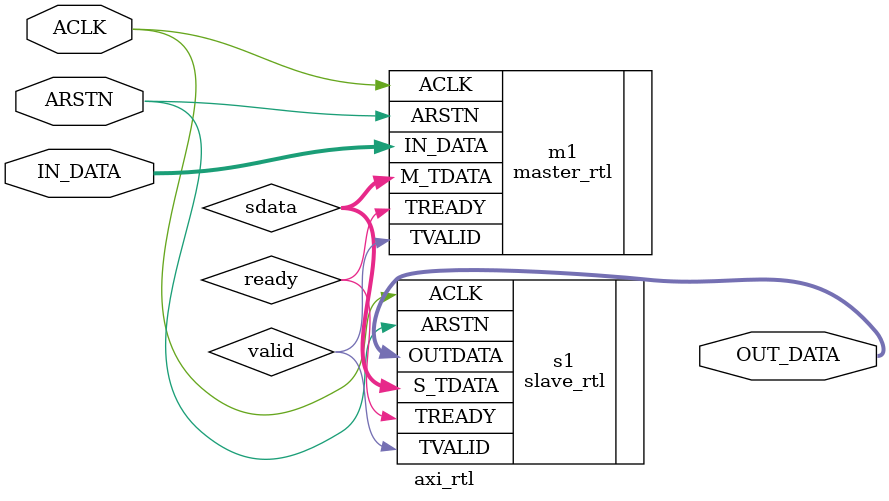
<source format=v>
`timescale 1ns / 1ps

module axi_rtl(
input [31:0]IN_DATA,
input ACLK,
input ARSTN,
output [31:0]OUT_DATA  
);

    wire ready;
    wire valid;
    wire [31:0]sdata;
    
    
    master_rtl m1(.ACLK(ACLK), .ARSTN(ARSTN), .TREADY(ready), .IN_DATA(IN_DATA), .TVALID(valid), .M_TDATA(sdata));
    
    slave_rtl s1(.ACLK(ACLK), .ARSTN(ARSTN), .TVALID(valid), .S_TDATA(sdata), .TREADY(ready), .OUTDATA(OUT_DATA));

endmodule
</source>
